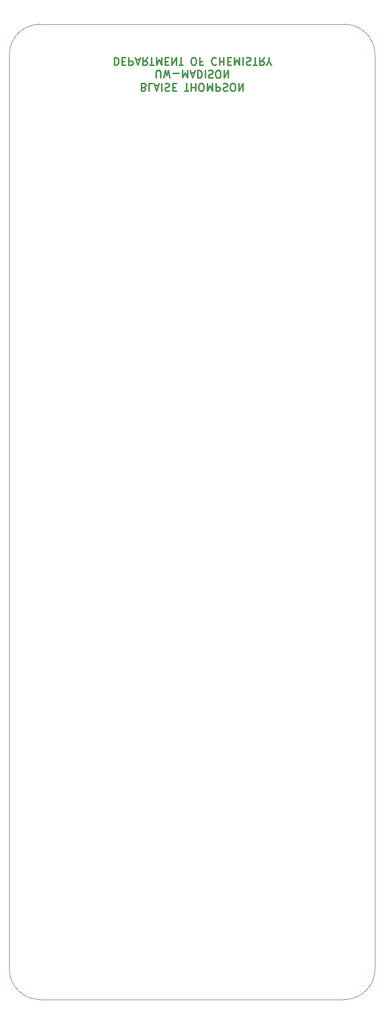
<source format=gbr>
G04 #@! TF.GenerationSoftware,KiCad,Pcbnew,5.1.5+dfsg1-2*
G04 #@! TF.CreationDate,2020-01-28T14:08:21-06:00*
G04 #@! TF.ProjectId,RS232-multiport,52533233-322d-46d7-956c-7469706f7274,2.0.0*
G04 #@! TF.SameCoordinates,Original*
G04 #@! TF.FileFunction,Legend,Bot*
G04 #@! TF.FilePolarity,Positive*
%FSLAX46Y46*%
G04 Gerber Fmt 4.6, Leading zero omitted, Abs format (unit mm)*
G04 Created by KiCad (PCBNEW 5.1.5+dfsg1-2) date 2020-01-28 14:08:21*
%MOMM*%
%LPD*%
G04 APERTURE LIST*
%ADD10C,0.254000*%
%ADD11C,0.050000*%
G04 APERTURE END LIST*
D10*
X93556666Y-30824714D02*
X93738095Y-30764238D01*
X93798571Y-30703761D01*
X93859047Y-30582809D01*
X93859047Y-30401380D01*
X93798571Y-30280428D01*
X93738095Y-30219952D01*
X93617142Y-30159476D01*
X93133333Y-30159476D01*
X93133333Y-31429476D01*
X93556666Y-31429476D01*
X93677619Y-31369000D01*
X93738095Y-31308523D01*
X93798571Y-31187571D01*
X93798571Y-31066619D01*
X93738095Y-30945666D01*
X93677619Y-30885190D01*
X93556666Y-30824714D01*
X93133333Y-30824714D01*
X95008095Y-30159476D02*
X94403333Y-30159476D01*
X94403333Y-31429476D01*
X95370952Y-30522333D02*
X95975714Y-30522333D01*
X95250000Y-30159476D02*
X95673333Y-31429476D01*
X96096666Y-30159476D01*
X96520000Y-30159476D02*
X96520000Y-31429476D01*
X97064285Y-30219952D02*
X97245714Y-30159476D01*
X97548095Y-30159476D01*
X97669047Y-30219952D01*
X97729523Y-30280428D01*
X97790000Y-30401380D01*
X97790000Y-30522333D01*
X97729523Y-30643285D01*
X97669047Y-30703761D01*
X97548095Y-30764238D01*
X97306190Y-30824714D01*
X97185238Y-30885190D01*
X97124761Y-30945666D01*
X97064285Y-31066619D01*
X97064285Y-31187571D01*
X97124761Y-31308523D01*
X97185238Y-31369000D01*
X97306190Y-31429476D01*
X97608571Y-31429476D01*
X97790000Y-31369000D01*
X98334285Y-30824714D02*
X98757619Y-30824714D01*
X98939047Y-30159476D02*
X98334285Y-30159476D01*
X98334285Y-31429476D01*
X98939047Y-31429476D01*
X100269523Y-31429476D02*
X100995238Y-31429476D01*
X100632380Y-30159476D02*
X100632380Y-31429476D01*
X101418571Y-30159476D02*
X101418571Y-31429476D01*
X101418571Y-30824714D02*
X102144285Y-30824714D01*
X102144285Y-30159476D02*
X102144285Y-31429476D01*
X102990952Y-31429476D02*
X103232857Y-31429476D01*
X103353809Y-31369000D01*
X103474761Y-31248047D01*
X103535238Y-31006142D01*
X103535238Y-30582809D01*
X103474761Y-30340904D01*
X103353809Y-30219952D01*
X103232857Y-30159476D01*
X102990952Y-30159476D01*
X102870000Y-30219952D01*
X102749047Y-30340904D01*
X102688571Y-30582809D01*
X102688571Y-31006142D01*
X102749047Y-31248047D01*
X102870000Y-31369000D01*
X102990952Y-31429476D01*
X104079523Y-30159476D02*
X104079523Y-31429476D01*
X104502857Y-30522333D01*
X104926190Y-31429476D01*
X104926190Y-30159476D01*
X105530952Y-30159476D02*
X105530952Y-31429476D01*
X106014761Y-31429476D01*
X106135714Y-31369000D01*
X106196190Y-31308523D01*
X106256666Y-31187571D01*
X106256666Y-31006142D01*
X106196190Y-30885190D01*
X106135714Y-30824714D01*
X106014761Y-30764238D01*
X105530952Y-30764238D01*
X106740476Y-30219952D02*
X106921904Y-30159476D01*
X107224285Y-30159476D01*
X107345238Y-30219952D01*
X107405714Y-30280428D01*
X107466190Y-30401380D01*
X107466190Y-30522333D01*
X107405714Y-30643285D01*
X107345238Y-30703761D01*
X107224285Y-30764238D01*
X106982380Y-30824714D01*
X106861428Y-30885190D01*
X106800952Y-30945666D01*
X106740476Y-31066619D01*
X106740476Y-31187571D01*
X106800952Y-31308523D01*
X106861428Y-31369000D01*
X106982380Y-31429476D01*
X107284761Y-31429476D01*
X107466190Y-31369000D01*
X108252380Y-31429476D02*
X108494285Y-31429476D01*
X108615238Y-31369000D01*
X108736190Y-31248047D01*
X108796666Y-31006142D01*
X108796666Y-30582809D01*
X108736190Y-30340904D01*
X108615238Y-30219952D01*
X108494285Y-30159476D01*
X108252380Y-30159476D01*
X108131428Y-30219952D01*
X108010476Y-30340904D01*
X107950000Y-30582809D01*
X107950000Y-31006142D01*
X108010476Y-31248047D01*
X108131428Y-31369000D01*
X108252380Y-31429476D01*
X109340952Y-30159476D02*
X109340952Y-31429476D01*
X110066666Y-30159476D01*
X110066666Y-31429476D01*
X95582619Y-29270476D02*
X95582619Y-28242380D01*
X95643095Y-28121428D01*
X95703571Y-28060952D01*
X95824523Y-28000476D01*
X96066428Y-28000476D01*
X96187380Y-28060952D01*
X96247857Y-28121428D01*
X96308333Y-28242380D01*
X96308333Y-29270476D01*
X96792142Y-29270476D02*
X97094523Y-28000476D01*
X97336428Y-28907619D01*
X97578333Y-28000476D01*
X97880714Y-29270476D01*
X98364523Y-28484285D02*
X99332142Y-28484285D01*
X99936904Y-28000476D02*
X99936904Y-29270476D01*
X100360238Y-28363333D01*
X100783571Y-29270476D01*
X100783571Y-28000476D01*
X101327857Y-28363333D02*
X101932619Y-28363333D01*
X101206904Y-28000476D02*
X101630238Y-29270476D01*
X102053571Y-28000476D01*
X102476904Y-28000476D02*
X102476904Y-29270476D01*
X102779285Y-29270476D01*
X102960714Y-29210000D01*
X103081666Y-29089047D01*
X103142142Y-28968095D01*
X103202619Y-28726190D01*
X103202619Y-28544761D01*
X103142142Y-28302857D01*
X103081666Y-28181904D01*
X102960714Y-28060952D01*
X102779285Y-28000476D01*
X102476904Y-28000476D01*
X103746904Y-28000476D02*
X103746904Y-29270476D01*
X104291190Y-28060952D02*
X104472619Y-28000476D01*
X104775000Y-28000476D01*
X104895952Y-28060952D01*
X104956428Y-28121428D01*
X105016904Y-28242380D01*
X105016904Y-28363333D01*
X104956428Y-28484285D01*
X104895952Y-28544761D01*
X104775000Y-28605238D01*
X104533095Y-28665714D01*
X104412142Y-28726190D01*
X104351666Y-28786666D01*
X104291190Y-28907619D01*
X104291190Y-29028571D01*
X104351666Y-29149523D01*
X104412142Y-29210000D01*
X104533095Y-29270476D01*
X104835476Y-29270476D01*
X105016904Y-29210000D01*
X105803095Y-29270476D02*
X106045000Y-29270476D01*
X106165952Y-29210000D01*
X106286904Y-29089047D01*
X106347380Y-28847142D01*
X106347380Y-28423809D01*
X106286904Y-28181904D01*
X106165952Y-28060952D01*
X106045000Y-28000476D01*
X105803095Y-28000476D01*
X105682142Y-28060952D01*
X105561190Y-28181904D01*
X105500714Y-28423809D01*
X105500714Y-28847142D01*
X105561190Y-29089047D01*
X105682142Y-29210000D01*
X105803095Y-29270476D01*
X106891666Y-28000476D02*
X106891666Y-29270476D01*
X107617380Y-28000476D01*
X107617380Y-29270476D01*
X88597619Y-25841476D02*
X88597619Y-27111476D01*
X88900000Y-27111476D01*
X89081428Y-27051000D01*
X89202380Y-26930047D01*
X89262857Y-26809095D01*
X89323333Y-26567190D01*
X89323333Y-26385761D01*
X89262857Y-26143857D01*
X89202380Y-26022904D01*
X89081428Y-25901952D01*
X88900000Y-25841476D01*
X88597619Y-25841476D01*
X89867619Y-26506714D02*
X90290952Y-26506714D01*
X90472380Y-25841476D02*
X89867619Y-25841476D01*
X89867619Y-27111476D01*
X90472380Y-27111476D01*
X91016666Y-25841476D02*
X91016666Y-27111476D01*
X91500476Y-27111476D01*
X91621428Y-27051000D01*
X91681904Y-26990523D01*
X91742380Y-26869571D01*
X91742380Y-26688142D01*
X91681904Y-26567190D01*
X91621428Y-26506714D01*
X91500476Y-26446238D01*
X91016666Y-26446238D01*
X92226190Y-26204333D02*
X92830952Y-26204333D01*
X92105238Y-25841476D02*
X92528571Y-27111476D01*
X92951904Y-25841476D01*
X94100952Y-25841476D02*
X93677619Y-26446238D01*
X93375238Y-25841476D02*
X93375238Y-27111476D01*
X93859047Y-27111476D01*
X93980000Y-27051000D01*
X94040476Y-26990523D01*
X94100952Y-26869571D01*
X94100952Y-26688142D01*
X94040476Y-26567190D01*
X93980000Y-26506714D01*
X93859047Y-26446238D01*
X93375238Y-26446238D01*
X94463809Y-27111476D02*
X95189523Y-27111476D01*
X94826666Y-25841476D02*
X94826666Y-27111476D01*
X95612857Y-25841476D02*
X95612857Y-27111476D01*
X96036190Y-26204333D01*
X96459523Y-27111476D01*
X96459523Y-25841476D01*
X97064285Y-26506714D02*
X97487619Y-26506714D01*
X97669047Y-25841476D02*
X97064285Y-25841476D01*
X97064285Y-27111476D01*
X97669047Y-27111476D01*
X98213333Y-25841476D02*
X98213333Y-27111476D01*
X98939047Y-25841476D01*
X98939047Y-27111476D01*
X99362380Y-27111476D02*
X100088095Y-27111476D01*
X99725238Y-25841476D02*
X99725238Y-27111476D01*
X101720952Y-27111476D02*
X101962857Y-27111476D01*
X102083809Y-27051000D01*
X102204761Y-26930047D01*
X102265238Y-26688142D01*
X102265238Y-26264809D01*
X102204761Y-26022904D01*
X102083809Y-25901952D01*
X101962857Y-25841476D01*
X101720952Y-25841476D01*
X101600000Y-25901952D01*
X101479047Y-26022904D01*
X101418571Y-26264809D01*
X101418571Y-26688142D01*
X101479047Y-26930047D01*
X101600000Y-27051000D01*
X101720952Y-27111476D01*
X103232857Y-26506714D02*
X102809523Y-26506714D01*
X102809523Y-25841476D02*
X102809523Y-27111476D01*
X103414285Y-27111476D01*
X105591428Y-25962428D02*
X105530952Y-25901952D01*
X105349523Y-25841476D01*
X105228571Y-25841476D01*
X105047142Y-25901952D01*
X104926190Y-26022904D01*
X104865714Y-26143857D01*
X104805238Y-26385761D01*
X104805238Y-26567190D01*
X104865714Y-26809095D01*
X104926190Y-26930047D01*
X105047142Y-27051000D01*
X105228571Y-27111476D01*
X105349523Y-27111476D01*
X105530952Y-27051000D01*
X105591428Y-26990523D01*
X106135714Y-25841476D02*
X106135714Y-27111476D01*
X106135714Y-26506714D02*
X106861428Y-26506714D01*
X106861428Y-25841476D02*
X106861428Y-27111476D01*
X107466190Y-26506714D02*
X107889523Y-26506714D01*
X108070952Y-25841476D02*
X107466190Y-25841476D01*
X107466190Y-27111476D01*
X108070952Y-27111476D01*
X108615238Y-25841476D02*
X108615238Y-27111476D01*
X109038571Y-26204333D01*
X109461904Y-27111476D01*
X109461904Y-25841476D01*
X110066666Y-25841476D02*
X110066666Y-27111476D01*
X110610952Y-25901952D02*
X110792380Y-25841476D01*
X111094761Y-25841476D01*
X111215714Y-25901952D01*
X111276190Y-25962428D01*
X111336666Y-26083380D01*
X111336666Y-26204333D01*
X111276190Y-26325285D01*
X111215714Y-26385761D01*
X111094761Y-26446238D01*
X110852857Y-26506714D01*
X110731904Y-26567190D01*
X110671428Y-26627666D01*
X110610952Y-26748619D01*
X110610952Y-26869571D01*
X110671428Y-26990523D01*
X110731904Y-27051000D01*
X110852857Y-27111476D01*
X111155238Y-27111476D01*
X111336666Y-27051000D01*
X111699523Y-27111476D02*
X112425238Y-27111476D01*
X112062380Y-25841476D02*
X112062380Y-27111476D01*
X113574285Y-25841476D02*
X113150952Y-26446238D01*
X112848571Y-25841476D02*
X112848571Y-27111476D01*
X113332380Y-27111476D01*
X113453333Y-27051000D01*
X113513809Y-26990523D01*
X113574285Y-26869571D01*
X113574285Y-26688142D01*
X113513809Y-26567190D01*
X113453333Y-26506714D01*
X113332380Y-26446238D01*
X112848571Y-26446238D01*
X114360476Y-26446238D02*
X114360476Y-25841476D01*
X113937142Y-27111476D02*
X114360476Y-26446238D01*
X114783809Y-27111476D01*
D11*
X76200000Y-182880000D02*
X127000000Y-182880000D01*
X71120000Y-25400000D02*
X71120000Y-177800000D01*
X76200000Y-20320000D02*
X127000000Y-20320000D01*
X71120000Y-25400000D02*
G75*
G02X76200000Y-20320000I5080000J0D01*
G01*
X76200000Y-182880000D02*
G75*
G02X71120000Y-177800000I0J5080000D01*
G01*
X132080000Y-177800000D02*
G75*
G02X127000000Y-182880000I-5080000J0D01*
G01*
X132080000Y-177800000D02*
X132080000Y-25400000D01*
X127000000Y-20320000D02*
G75*
G02X132080000Y-25400000I0J-5080000D01*
G01*
M02*

</source>
